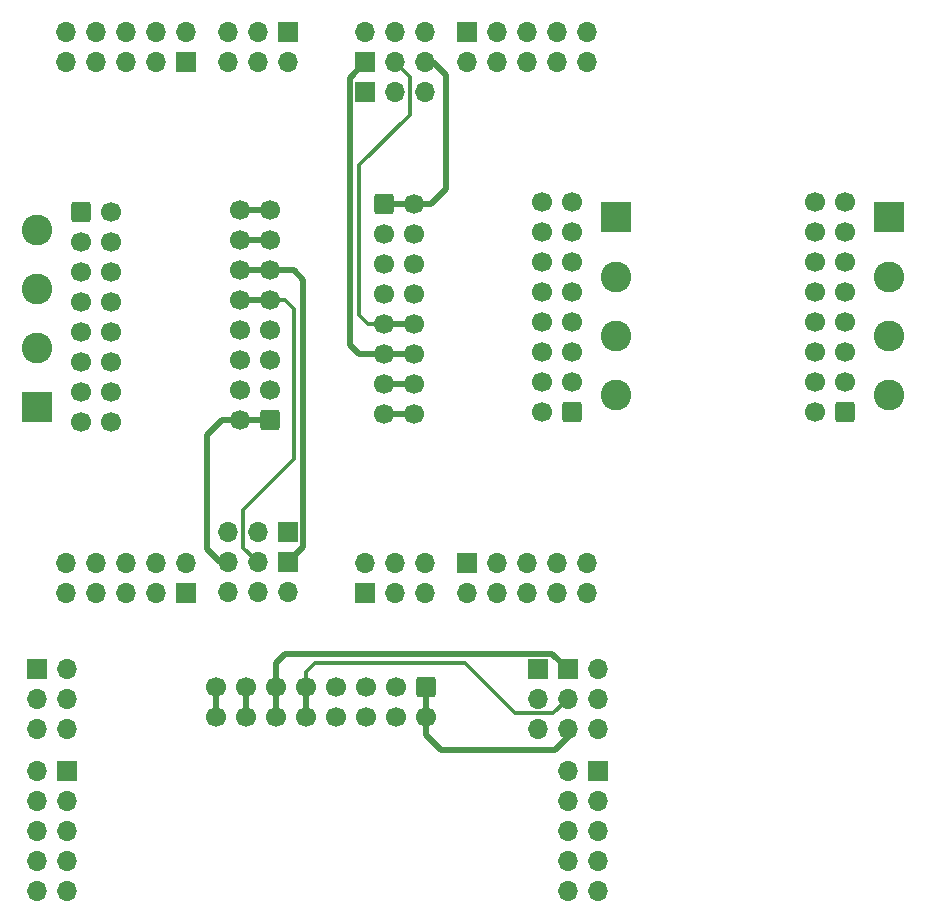
<source format=gbr>
%TF.GenerationSoftware,KiCad,Pcbnew,(6.0.0-0)*%
%TF.CreationDate,2022-12-06T00:22:26-05:00*%
%TF.ProjectId,Breakout-Eurorack-Power-Breadboard,42726561-6b6f-4757-942d-4575726f7261,rev?*%
%TF.SameCoordinates,Original*%
%TF.FileFunction,Copper,L2,Bot*%
%TF.FilePolarity,Positive*%
%FSLAX46Y46*%
G04 Gerber Fmt 4.6, Leading zero omitted, Abs format (unit mm)*
G04 Created by KiCad (PCBNEW (6.0.0-0)) date 2022-12-06 00:22:26*
%MOMM*%
%LPD*%
G01*
G04 APERTURE LIST*
G04 Aperture macros list*
%AMRoundRect*
0 Rectangle with rounded corners*
0 $1 Rounding radius*
0 $2 $3 $4 $5 $6 $7 $8 $9 X,Y pos of 4 corners*
0 Add a 4 corners polygon primitive as box body*
4,1,4,$2,$3,$4,$5,$6,$7,$8,$9,$2,$3,0*
0 Add four circle primitives for the rounded corners*
1,1,$1+$1,$2,$3*
1,1,$1+$1,$4,$5*
1,1,$1+$1,$6,$7*
1,1,$1+$1,$8,$9*
0 Add four rect primitives between the rounded corners*
20,1,$1+$1,$2,$3,$4,$5,0*
20,1,$1+$1,$4,$5,$6,$7,0*
20,1,$1+$1,$6,$7,$8,$9,0*
20,1,$1+$1,$8,$9,$2,$3,0*%
G04 Aperture macros list end*
%TA.AperFunction,ComponentPad*%
%ADD10R,2.600000X2.600000*%
%TD*%
%TA.AperFunction,ComponentPad*%
%ADD11C,2.600000*%
%TD*%
%TA.AperFunction,ComponentPad*%
%ADD12O,1.700000X1.700000*%
%TD*%
%TA.AperFunction,ComponentPad*%
%ADD13R,1.700000X1.700000*%
%TD*%
%TA.AperFunction,ComponentPad*%
%ADD14RoundRect,0.250000X0.600000X0.600000X-0.600000X0.600000X-0.600000X-0.600000X0.600000X-0.600000X0*%
%TD*%
%TA.AperFunction,ComponentPad*%
%ADD15C,1.700000*%
%TD*%
%TA.AperFunction,ComponentPad*%
%ADD16RoundRect,0.250000X-0.600000X0.600000X-0.600000X-0.600000X0.600000X-0.600000X0.600000X0.600000X0*%
%TD*%
%TA.AperFunction,ComponentPad*%
%ADD17RoundRect,0.250000X-0.600000X-0.600000X0.600000X-0.600000X0.600000X0.600000X-0.600000X0.600000X0*%
%TD*%
%TA.AperFunction,Conductor*%
%ADD18C,0.500000*%
%TD*%
%TA.AperFunction,Conductor*%
%ADD19C,0.350000*%
%TD*%
G04 APERTURE END LIST*
D10*
%TO.P,J8,1,Pin_1*%
%TO.N,/5V2*%
X176684000Y-76962000D03*
D11*
%TO.P,J8,2,Pin_2*%
%TO.N,/12V2*%
X176684000Y-81962000D03*
%TO.P,J8,3,Pin_3*%
%TO.N,/GND2*%
X176684000Y-86962000D03*
%TO.P,J8,4,Pin_4*%
%TO.N,/-12V2*%
X176684000Y-91962000D03*
%TD*%
D12*
%TO.P,J2,10,Pin_10*%
%TO.N,Net-(J2-Pad6)*%
X149553000Y-133983000D03*
%TO.P,J2,9,Pin_9*%
%TO.N,Net-(J2-Pad1)*%
X152093000Y-133983000D03*
%TO.P,J2,8,Pin_8*%
%TO.N,Net-(J2-Pad6)*%
X149553000Y-131443000D03*
%TO.P,J2,7,Pin_7*%
%TO.N,Net-(J2-Pad1)*%
X152093000Y-131443000D03*
%TO.P,J2,6,Pin_6*%
%TO.N,Net-(J2-Pad6)*%
X149553000Y-128903000D03*
%TO.P,J2,5,Pin_5*%
%TO.N,Net-(J2-Pad1)*%
X152093000Y-128903000D03*
%TO.P,J2,4,Pin_4*%
%TO.N,Net-(J2-Pad6)*%
X149553000Y-126363000D03*
%TO.P,J2,3,Pin_3*%
%TO.N,Net-(J2-Pad1)*%
X152093000Y-126363000D03*
%TO.P,J2,2,Pin_2*%
%TO.N,Net-(J2-Pad6)*%
X149553000Y-123823000D03*
D13*
%TO.P,J2,1,Pin_1*%
%TO.N,Net-(J2-Pad1)*%
X152093000Y-123823000D03*
%TD*%
D14*
%TO.P,J7,1,Pin_1*%
%TO.N,/-12V2*%
X172974000Y-93472000D03*
D15*
%TO.P,J7,2,Pin_2*%
X170434000Y-93472000D03*
%TO.P,J7,3,Pin_3*%
%TO.N,/GND2*%
X172974000Y-90932000D03*
%TO.P,J7,4,Pin_4*%
X170434000Y-90932000D03*
%TO.P,J7,5,Pin_5*%
X172974000Y-88392000D03*
%TO.P,J7,6,Pin_6*%
X170434000Y-88392000D03*
%TO.P,J7,7,Pin_7*%
X172974000Y-85852000D03*
%TO.P,J7,8,Pin_8*%
X170434000Y-85852000D03*
%TO.P,J7,9,Pin_9*%
%TO.N,/12V2*%
X172974000Y-83312000D03*
%TO.P,J7,10,Pin_10*%
X170434000Y-83312000D03*
%TO.P,J7,11,Pin_11*%
%TO.N,/5V2*%
X172974000Y-80772000D03*
%TO.P,J7,12,Pin_12*%
X170434000Y-80772000D03*
%TO.P,J7,13,Pin_13*%
%TO.N,Net-(J7-Pad13)*%
X172974000Y-78232000D03*
%TO.P,J7,14,Pin_14*%
X170434000Y-78232000D03*
%TO.P,J7,15,Pin_15*%
%TO.N,Net-(J7-Pad15)*%
X172974000Y-75692000D03*
%TO.P,J7,16,Pin_16*%
X170434000Y-75692000D03*
%TD*%
D13*
%TO.P,J6,1,Pin_1*%
%TO.N,Net-(J2-Pad6)*%
X146975000Y-115189000D03*
D12*
%TO.P,J6,2,Pin_2*%
X146975000Y-117729000D03*
%TO.P,J6,3,Pin_3*%
X146975000Y-120269000D03*
%TD*%
D13*
%TO.P,J3,1,Pin_1*%
%TO.N,GND*%
X107158000Y-123818000D03*
D12*
%TO.P,J3,2,Pin_2*%
%TO.N,Net-(J4-Pad1)*%
X104618000Y-123818000D03*
%TO.P,J3,3,Pin_3*%
%TO.N,GND*%
X107158000Y-126358000D03*
%TO.P,J3,4,Pin_4*%
%TO.N,Net-(J4-Pad1)*%
X104618000Y-126358000D03*
%TO.P,J3,5,Pin_5*%
%TO.N,GND*%
X107158000Y-128898000D03*
%TO.P,J3,6,Pin_6*%
%TO.N,Net-(J4-Pad1)*%
X104618000Y-128898000D03*
%TO.P,J3,7,Pin_7*%
%TO.N,GND*%
X107158000Y-131438000D03*
%TO.P,J3,8,Pin_8*%
%TO.N,Net-(J4-Pad1)*%
X104618000Y-131438000D03*
%TO.P,J3,9,Pin_9*%
%TO.N,GND*%
X107158000Y-133978000D03*
%TO.P,J3,10,Pin_10*%
%TO.N,Net-(J4-Pad1)*%
X104618000Y-133978000D03*
%TD*%
D16*
%TO.P,J1,1,Pin_1*%
%TO.N,-12V*%
X137483000Y-116720500D03*
D15*
%TO.P,J1,2,Pin_2*%
X137483000Y-119260500D03*
%TO.P,J1,3,Pin_3*%
%TO.N,GND*%
X134943000Y-116720500D03*
%TO.P,J1,4,Pin_4*%
X134943000Y-119260500D03*
%TO.P,J1,5,Pin_5*%
X132403000Y-116720500D03*
%TO.P,J1,6,Pin_6*%
X132403000Y-119260500D03*
%TO.P,J1,7,Pin_7*%
X129863000Y-116720500D03*
%TO.P,J1,8,Pin_8*%
X129863000Y-119260500D03*
%TO.P,J1,9,Pin_9*%
%TO.N,+12V*%
X127323000Y-116720500D03*
%TO.P,J1,10,Pin_10*%
X127323000Y-119260500D03*
%TO.P,J1,11,Pin_11*%
%TO.N,+5V*%
X124783000Y-116720500D03*
%TO.P,J1,12,Pin_12*%
X124783000Y-119260500D03*
%TO.P,J1,13,Pin_13*%
%TO.N,CV*%
X122243000Y-116720500D03*
%TO.P,J1,14,Pin_14*%
X122243000Y-119260500D03*
%TO.P,J1,15,Pin_15*%
%TO.N,GATE*%
X119703000Y-116720500D03*
%TO.P,J1,16,Pin_16*%
X119703000Y-119260500D03*
%TD*%
D13*
%TO.P,J4,1,Pin_1*%
%TO.N,Net-(J4-Pad1)*%
X104605000Y-115187000D03*
D12*
%TO.P,J4,2,Pin_2*%
%TO.N,+5V*%
X107145000Y-115187000D03*
%TO.P,J4,3,Pin_3*%
%TO.N,Net-(J4-Pad1)*%
X104605000Y-117727000D03*
%TO.P,J4,4,Pin_4*%
%TO.N,+12V*%
X107145000Y-117727000D03*
%TO.P,J4,5,Pin_5*%
%TO.N,Net-(J4-Pad1)*%
X104605000Y-120267000D03*
%TO.P,J4,6,Pin_6*%
%TO.N,-12V*%
X107145000Y-120267000D03*
%TD*%
D13*
%TO.P,J5,1,Pin_1*%
%TO.N,+5V*%
X149515000Y-115189000D03*
D12*
%TO.P,J5,2,Pin_2*%
%TO.N,Net-(J2-Pad1)*%
X152055000Y-115189000D03*
%TO.P,J5,3,Pin_3*%
%TO.N,+12V*%
X149515000Y-117729000D03*
%TO.P,J5,4,Pin_4*%
%TO.N,Net-(J2-Pad1)*%
X152055000Y-117729000D03*
%TO.P,J5,5,Pin_5*%
%TO.N,-12V*%
X149515000Y-120269000D03*
%TO.P,J5,6,Pin_6*%
%TO.N,Net-(J2-Pad1)*%
X152055000Y-120269000D03*
%TD*%
D14*
%TO.P,J7,1,Pin_1*%
%TO.N,/-12V2*%
X149892000Y-93472000D03*
D15*
%TO.P,J7,2,Pin_2*%
X147352000Y-93472000D03*
%TO.P,J7,3,Pin_3*%
%TO.N,/GND2*%
X149892000Y-90932000D03*
%TO.P,J7,4,Pin_4*%
X147352000Y-90932000D03*
%TO.P,J7,5,Pin_5*%
X149892000Y-88392000D03*
%TO.P,J7,6,Pin_6*%
X147352000Y-88392000D03*
%TO.P,J7,7,Pin_7*%
X149892000Y-85852000D03*
%TO.P,J7,8,Pin_8*%
X147352000Y-85852000D03*
%TO.P,J7,9,Pin_9*%
%TO.N,/12V2*%
X149892000Y-83312000D03*
%TO.P,J7,10,Pin_10*%
X147352000Y-83312000D03*
%TO.P,J7,11,Pin_11*%
%TO.N,/5V2*%
X149892000Y-80772000D03*
%TO.P,J7,12,Pin_12*%
X147352000Y-80772000D03*
%TO.P,J7,13,Pin_13*%
%TO.N,Net-(J7-Pad13)*%
X149892000Y-78232000D03*
%TO.P,J7,14,Pin_14*%
X147352000Y-78232000D03*
%TO.P,J7,15,Pin_15*%
%TO.N,Net-(J7-Pad15)*%
X149892000Y-75692000D03*
%TO.P,J7,16,Pin_16*%
X147352000Y-75692000D03*
%TD*%
D17*
%TO.P,J1,1,Pin_1*%
%TO.N,-12V*%
X133931500Y-75849000D03*
D15*
%TO.P,J1,2,Pin_2*%
X136471500Y-75849000D03*
%TO.P,J1,3,Pin_3*%
%TO.N,GND*%
X133931500Y-78389000D03*
%TO.P,J1,4,Pin_4*%
X136471500Y-78389000D03*
%TO.P,J1,5,Pin_5*%
X133931500Y-80929000D03*
%TO.P,J1,6,Pin_6*%
X136471500Y-80929000D03*
%TO.P,J1,7,Pin_7*%
X133931500Y-83469000D03*
%TO.P,J1,8,Pin_8*%
X136471500Y-83469000D03*
%TO.P,J1,9,Pin_9*%
%TO.N,+12V*%
X133931500Y-86009000D03*
%TO.P,J1,10,Pin_10*%
X136471500Y-86009000D03*
%TO.P,J1,11,Pin_11*%
%TO.N,+5V*%
X133931500Y-88549000D03*
%TO.P,J1,12,Pin_12*%
X136471500Y-88549000D03*
%TO.P,J1,13,Pin_13*%
%TO.N,CV*%
X133931500Y-91089000D03*
%TO.P,J1,14,Pin_14*%
X136471500Y-91089000D03*
%TO.P,J1,15,Pin_15*%
%TO.N,GATE*%
X133931500Y-93629000D03*
%TO.P,J1,16,Pin_16*%
X136471500Y-93629000D03*
%TD*%
D13*
%TO.P,J6,1,Pin_1*%
%TO.N,Net-(J2-Pad6)*%
X132400000Y-66357000D03*
D12*
%TO.P,J6,2,Pin_2*%
X134940000Y-66357000D03*
%TO.P,J6,3,Pin_3*%
X137480000Y-66357000D03*
%TD*%
D13*
%TO.P,J4,1,Pin_1*%
%TO.N,Net-(J4-Pad1)*%
X132398000Y-108727000D03*
D12*
%TO.P,J4,2,Pin_2*%
%TO.N,+5V*%
X132398000Y-106187000D03*
%TO.P,J4,3,Pin_3*%
%TO.N,Net-(J4-Pad1)*%
X134938000Y-108727000D03*
%TO.P,J4,4,Pin_4*%
%TO.N,+12V*%
X134938000Y-106187000D03*
%TO.P,J4,5,Pin_5*%
%TO.N,Net-(J4-Pad1)*%
X137478000Y-108727000D03*
%TO.P,J4,6,Pin_6*%
%TO.N,-12V*%
X137478000Y-106187000D03*
%TD*%
D13*
%TO.P,J3,1,Pin_1*%
%TO.N,GND*%
X141029000Y-106174000D03*
D12*
%TO.P,J3,2,Pin_2*%
%TO.N,Net-(J4-Pad1)*%
X141029000Y-108714000D03*
%TO.P,J3,3,Pin_3*%
%TO.N,GND*%
X143569000Y-106174000D03*
%TO.P,J3,4,Pin_4*%
%TO.N,Net-(J4-Pad1)*%
X143569000Y-108714000D03*
%TO.P,J3,5,Pin_5*%
%TO.N,GND*%
X146109000Y-106174000D03*
%TO.P,J3,6,Pin_6*%
%TO.N,Net-(J4-Pad1)*%
X146109000Y-108714000D03*
%TO.P,J3,7,Pin_7*%
%TO.N,GND*%
X148649000Y-106174000D03*
%TO.P,J3,8,Pin_8*%
%TO.N,Net-(J4-Pad1)*%
X148649000Y-108714000D03*
%TO.P,J3,9,Pin_9*%
%TO.N,GND*%
X151189000Y-106174000D03*
%TO.P,J3,10,Pin_10*%
%TO.N,Net-(J4-Pad1)*%
X151189000Y-108714000D03*
%TD*%
D10*
%TO.P,J8,1,Pin_1*%
%TO.N,/5V2*%
X153602000Y-76962000D03*
D11*
%TO.P,J8,2,Pin_2*%
%TO.N,/12V2*%
X153602000Y-81962000D03*
%TO.P,J8,3,Pin_3*%
%TO.N,/GND2*%
X153602000Y-86962000D03*
%TO.P,J8,4,Pin_4*%
%TO.N,/-12V2*%
X153602000Y-91962000D03*
%TD*%
D13*
%TO.P,J2,1,Pin_1*%
%TO.N,Net-(J2-Pad1)*%
X141034000Y-61239000D03*
D12*
%TO.P,J2,2,Pin_2*%
%TO.N,Net-(J2-Pad6)*%
X141034000Y-63779000D03*
%TO.P,J2,3,Pin_3*%
%TO.N,Net-(J2-Pad1)*%
X143574000Y-61239000D03*
%TO.P,J2,4,Pin_4*%
%TO.N,Net-(J2-Pad6)*%
X143574000Y-63779000D03*
%TO.P,J2,5,Pin_5*%
%TO.N,Net-(J2-Pad1)*%
X146114000Y-61239000D03*
%TO.P,J2,6,Pin_6*%
%TO.N,Net-(J2-Pad6)*%
X146114000Y-63779000D03*
%TO.P,J2,7,Pin_7*%
%TO.N,Net-(J2-Pad1)*%
X148654000Y-61239000D03*
%TO.P,J2,8,Pin_8*%
%TO.N,Net-(J2-Pad6)*%
X148654000Y-63779000D03*
%TO.P,J2,9,Pin_9*%
%TO.N,Net-(J2-Pad1)*%
X151194000Y-61239000D03*
%TO.P,J2,10,Pin_10*%
%TO.N,Net-(J2-Pad6)*%
X151194000Y-63779000D03*
%TD*%
D13*
%TO.P,J5,1,Pin_1*%
%TO.N,+5V*%
X132400000Y-63817000D03*
D12*
%TO.P,J5,2,Pin_2*%
%TO.N,Net-(J2-Pad1)*%
X132400000Y-61277000D03*
%TO.P,J5,3,Pin_3*%
%TO.N,+12V*%
X134940000Y-63817000D03*
%TO.P,J5,4,Pin_4*%
%TO.N,Net-(J2-Pad1)*%
X134940000Y-61277000D03*
%TO.P,J5,5,Pin_5*%
%TO.N,-12V*%
X137480000Y-63817000D03*
%TO.P,J5,6,Pin_6*%
%TO.N,Net-(J2-Pad1)*%
X137480000Y-61277000D03*
%TD*%
D10*
%TO.P,J8,1,Pin_1*%
%TO.N,/5V2*%
X104622000Y-93024000D03*
D11*
%TO.P,J8,2,Pin_2*%
%TO.N,/12V2*%
X104622000Y-88024000D03*
%TO.P,J8,3,Pin_3*%
%TO.N,/GND2*%
X104622000Y-83024000D03*
%TO.P,J8,4,Pin_4*%
%TO.N,/-12V2*%
X104622000Y-78024000D03*
%TD*%
D15*
%TO.P,J7,16,Pin_16*%
%TO.N,Net-(J7-Pad15)*%
X110872000Y-94294000D03*
%TO.P,J7,14,Pin_14*%
%TO.N,Net-(J7-Pad13)*%
X110872000Y-91754000D03*
%TO.P,J7,12,Pin_12*%
%TO.N,/5V2*%
X110872000Y-89214000D03*
%TO.P,J7,10,Pin_10*%
%TO.N,/12V2*%
X110872000Y-86674000D03*
%TO.P,J7,8,Pin_8*%
%TO.N,/GND2*%
X110872000Y-84134000D03*
%TO.P,J7,6,Pin_6*%
X110872000Y-81594000D03*
%TO.P,J7,4,Pin_4*%
X110872000Y-79054000D03*
%TO.P,J7,2,Pin_2*%
%TO.N,/-12V2*%
X110872000Y-76514000D03*
%TO.P,J7,15,Pin_15*%
%TO.N,Net-(J7-Pad15)*%
X108332000Y-94294000D03*
%TO.P,J7,13,Pin_13*%
%TO.N,Net-(J7-Pad13)*%
X108332000Y-91754000D03*
%TO.P,J7,11,Pin_11*%
%TO.N,/5V2*%
X108332000Y-89214000D03*
%TO.P,J7,9,Pin_9*%
%TO.N,/12V2*%
X108332000Y-86674000D03*
%TO.P,J7,7,Pin_7*%
%TO.N,/GND2*%
X108332000Y-84134000D03*
%TO.P,J7,5,Pin_5*%
X108332000Y-81594000D03*
%TO.P,J7,3,Pin_3*%
X108332000Y-79054000D03*
D17*
%TO.P,J7,1,Pin_1*%
%TO.N,/-12V2*%
X108332000Y-76514000D03*
%TD*%
D12*
%TO.P,J5,6,Pin_6*%
%TO.N,Net-(J2-Pad1)*%
X120744000Y-108709000D03*
%TO.P,J5,5,Pin_5*%
%TO.N,-12V*%
X120744000Y-106169000D03*
%TO.P,J5,4,Pin_4*%
%TO.N,Net-(J2-Pad1)*%
X123284000Y-108709000D03*
%TO.P,J5,3,Pin_3*%
%TO.N,+12V*%
X123284000Y-106169000D03*
%TO.P,J5,2,Pin_2*%
%TO.N,Net-(J2-Pad1)*%
X125824000Y-108709000D03*
D13*
%TO.P,J5,1,Pin_1*%
%TO.N,+5V*%
X125824000Y-106169000D03*
%TD*%
%TO.P,J6,1,Pin_1*%
%TO.N,Net-(J2-Pad6)*%
X125824000Y-103629000D03*
D12*
%TO.P,J6,2,Pin_2*%
X123284000Y-103629000D03*
%TO.P,J6,3,Pin_3*%
X120744000Y-103629000D03*
%TD*%
D13*
%TO.P,J4,1,Pin_1*%
%TO.N,Net-(J4-Pad1)*%
X125826000Y-61259000D03*
D12*
%TO.P,J4,2,Pin_2*%
%TO.N,+5V*%
X125826000Y-63799000D03*
%TO.P,J4,3,Pin_3*%
%TO.N,Net-(J4-Pad1)*%
X123286000Y-61259000D03*
%TO.P,J4,4,Pin_4*%
%TO.N,+12V*%
X123286000Y-63799000D03*
%TO.P,J4,5,Pin_5*%
%TO.N,Net-(J4-Pad1)*%
X120746000Y-61259000D03*
%TO.P,J4,6,Pin_6*%
%TO.N,-12V*%
X120746000Y-63799000D03*
%TD*%
D13*
%TO.P,J3,1,Pin_1*%
%TO.N,GND*%
X117195000Y-63812000D03*
D12*
%TO.P,J3,2,Pin_2*%
%TO.N,Net-(J4-Pad1)*%
X117195000Y-61272000D03*
%TO.P,J3,3,Pin_3*%
%TO.N,GND*%
X114655000Y-63812000D03*
%TO.P,J3,4,Pin_4*%
%TO.N,Net-(J4-Pad1)*%
X114655000Y-61272000D03*
%TO.P,J3,5,Pin_5*%
%TO.N,GND*%
X112115000Y-63812000D03*
%TO.P,J3,6,Pin_6*%
%TO.N,Net-(J4-Pad1)*%
X112115000Y-61272000D03*
%TO.P,J3,7,Pin_7*%
%TO.N,GND*%
X109575000Y-63812000D03*
%TO.P,J3,8,Pin_8*%
%TO.N,Net-(J4-Pad1)*%
X109575000Y-61272000D03*
%TO.P,J3,9,Pin_9*%
%TO.N,GND*%
X107035000Y-63812000D03*
%TO.P,J3,10,Pin_10*%
%TO.N,Net-(J4-Pad1)*%
X107035000Y-61272000D03*
%TD*%
D13*
%TO.P,J2,1,Pin_1*%
%TO.N,Net-(J2-Pad1)*%
X117190000Y-108747000D03*
D12*
%TO.P,J2,2,Pin_2*%
%TO.N,Net-(J2-Pad6)*%
X117190000Y-106207000D03*
%TO.P,J2,3,Pin_3*%
%TO.N,Net-(J2-Pad1)*%
X114650000Y-108747000D03*
%TO.P,J2,4,Pin_4*%
%TO.N,Net-(J2-Pad6)*%
X114650000Y-106207000D03*
%TO.P,J2,5,Pin_5*%
%TO.N,Net-(J2-Pad1)*%
X112110000Y-108747000D03*
%TO.P,J2,6,Pin_6*%
%TO.N,Net-(J2-Pad6)*%
X112110000Y-106207000D03*
%TO.P,J2,7,Pin_7*%
%TO.N,Net-(J2-Pad1)*%
X109570000Y-108747000D03*
%TO.P,J2,8,Pin_8*%
%TO.N,Net-(J2-Pad6)*%
X109570000Y-106207000D03*
%TO.P,J2,9,Pin_9*%
%TO.N,Net-(J2-Pad1)*%
X107030000Y-108747000D03*
%TO.P,J2,10,Pin_10*%
%TO.N,Net-(J2-Pad6)*%
X107030000Y-106207000D03*
%TD*%
D15*
%TO.P,J1,16,Pin_16*%
%TO.N,GATE*%
X121752500Y-76357000D03*
%TO.P,J1,14,Pin_14*%
%TO.N,CV*%
X121752500Y-78897000D03*
%TO.P,J1,12,Pin_12*%
%TO.N,+5V*%
X121752500Y-81437000D03*
%TO.P,J1,10,Pin_10*%
%TO.N,+12V*%
X121752500Y-83977000D03*
%TO.P,J1,8,Pin_8*%
%TO.N,GND*%
X121752500Y-86517000D03*
%TO.P,J1,6,Pin_6*%
X121752500Y-89057000D03*
%TO.P,J1,4,Pin_4*%
X121752500Y-91597000D03*
%TO.P,J1,2,Pin_2*%
%TO.N,-12V*%
X121752500Y-94137000D03*
%TO.P,J1,15,Pin_15*%
%TO.N,GATE*%
X124292500Y-76357000D03*
%TO.P,J1,13,Pin_13*%
%TO.N,CV*%
X124292500Y-78897000D03*
%TO.P,J1,11,Pin_11*%
%TO.N,+5V*%
X124292500Y-81437000D03*
%TO.P,J1,9,Pin_9*%
%TO.N,+12V*%
X124292500Y-83977000D03*
%TO.P,J1,7,Pin_7*%
%TO.N,GND*%
X124292500Y-86517000D03*
%TO.P,J1,5,Pin_5*%
X124292500Y-89057000D03*
%TO.P,J1,3,Pin_3*%
X124292500Y-91597000D03*
D14*
%TO.P,J1,1,Pin_1*%
%TO.N,-12V*%
X124292500Y-94137000D03*
%TD*%
D18*
%TO.N,+5V*%
X148215489Y-113889489D02*
X125572511Y-113889489D01*
X124783000Y-114679000D02*
X124783000Y-116720500D01*
X149515000Y-115189000D02*
X148215489Y-113889489D01*
X125572511Y-113889489D02*
X124783000Y-114679000D01*
%TO.N,+12V*%
X127323000Y-119260500D02*
X127323000Y-116720500D01*
%TO.N,+5V*%
X124783000Y-119260500D02*
X124783000Y-116720500D01*
%TO.N,-12V*%
X137483000Y-116720500D02*
X137483000Y-119260500D01*
%TO.N,GATE*%
X119703000Y-119260500D02*
X119703000Y-116720500D01*
%TO.N,-12V*%
X148405000Y-122045000D02*
X138753000Y-122045000D01*
X149515000Y-120269000D02*
X149515000Y-120935000D01*
X138753000Y-122045000D02*
X137483000Y-120775000D01*
X149515000Y-120935000D02*
X148405000Y-122045000D01*
X137483000Y-120775000D02*
X137483000Y-119260500D01*
D19*
%TO.N,+12V*%
X145059511Y-118953511D02*
X140785000Y-114679000D01*
X148290489Y-118953511D02*
X145059511Y-118953511D01*
X140785000Y-114679000D02*
X128085000Y-114679000D01*
X127323000Y-115441000D02*
X127323000Y-116720500D01*
X128085000Y-114679000D02*
X127323000Y-115441000D01*
X149515000Y-117729000D02*
X148290489Y-118953511D01*
D18*
%TO.N,CV*%
X122243000Y-116720500D02*
X122243000Y-119260500D01*
%TO.N,+5V*%
X131100489Y-65116511D02*
X131100489Y-87759489D01*
X131890000Y-88549000D02*
X133931500Y-88549000D01*
X132400000Y-63817000D02*
X131100489Y-65116511D01*
X131100489Y-87759489D02*
X131890000Y-88549000D01*
%TO.N,+12V*%
X136471500Y-86009000D02*
X133931500Y-86009000D01*
%TO.N,+5V*%
X136471500Y-88549000D02*
X133931500Y-88549000D01*
%TO.N,-12V*%
X133931500Y-75849000D02*
X136471500Y-75849000D01*
%TO.N,GATE*%
X136471500Y-93629000D02*
X133931500Y-93629000D01*
%TO.N,-12V*%
X139256000Y-64927000D02*
X139256000Y-74579000D01*
X137480000Y-63817000D02*
X138146000Y-63817000D01*
X139256000Y-74579000D02*
X137986000Y-75849000D01*
X138146000Y-63817000D02*
X139256000Y-64927000D01*
X137986000Y-75849000D02*
X136471500Y-75849000D01*
D19*
%TO.N,+12V*%
X136164511Y-65041511D02*
X136164511Y-68272489D01*
X136164511Y-68272489D02*
X131890000Y-72547000D01*
X131890000Y-72547000D02*
X131890000Y-85247000D01*
X131890000Y-85247000D02*
X132652000Y-86009000D01*
X132652000Y-86009000D02*
X133931500Y-86009000D01*
X134940000Y-63817000D02*
X136164511Y-65041511D01*
D18*
%TO.N,CV*%
X133931500Y-91089000D02*
X136471500Y-91089000D01*
%TO.N,-12V*%
X120744000Y-106169000D02*
X120078000Y-106169000D01*
X120078000Y-106169000D02*
X118968000Y-105059000D01*
X118968000Y-105059000D02*
X118968000Y-95407000D01*
X118968000Y-95407000D02*
X120238000Y-94137000D01*
X120238000Y-94137000D02*
X121752500Y-94137000D01*
X124292500Y-94137000D02*
X121752500Y-94137000D01*
%TO.N,GATE*%
X121752500Y-76357000D02*
X124292500Y-76357000D01*
%TO.N,CV*%
X124292500Y-78897000D02*
X121752500Y-78897000D01*
%TO.N,+5V*%
X121752500Y-81437000D02*
X124292500Y-81437000D01*
%TO.N,+12V*%
X121752500Y-83977000D02*
X124292500Y-83977000D01*
D19*
X123284000Y-106169000D02*
X122059489Y-104944489D01*
X122059489Y-104944489D02*
X122059489Y-101713511D01*
X122059489Y-101713511D02*
X126334000Y-97439000D01*
X126334000Y-84739000D02*
X125572000Y-83977000D01*
X126334000Y-97439000D02*
X126334000Y-84739000D01*
X125572000Y-83977000D02*
X124292500Y-83977000D01*
D18*
%TO.N,+5V*%
X125824000Y-106169000D02*
X127123511Y-104869489D01*
X127123511Y-82226511D02*
X126334000Y-81437000D01*
X127123511Y-104869489D02*
X127123511Y-82226511D01*
X126334000Y-81437000D02*
X124292500Y-81437000D01*
%TD*%
M02*

</source>
